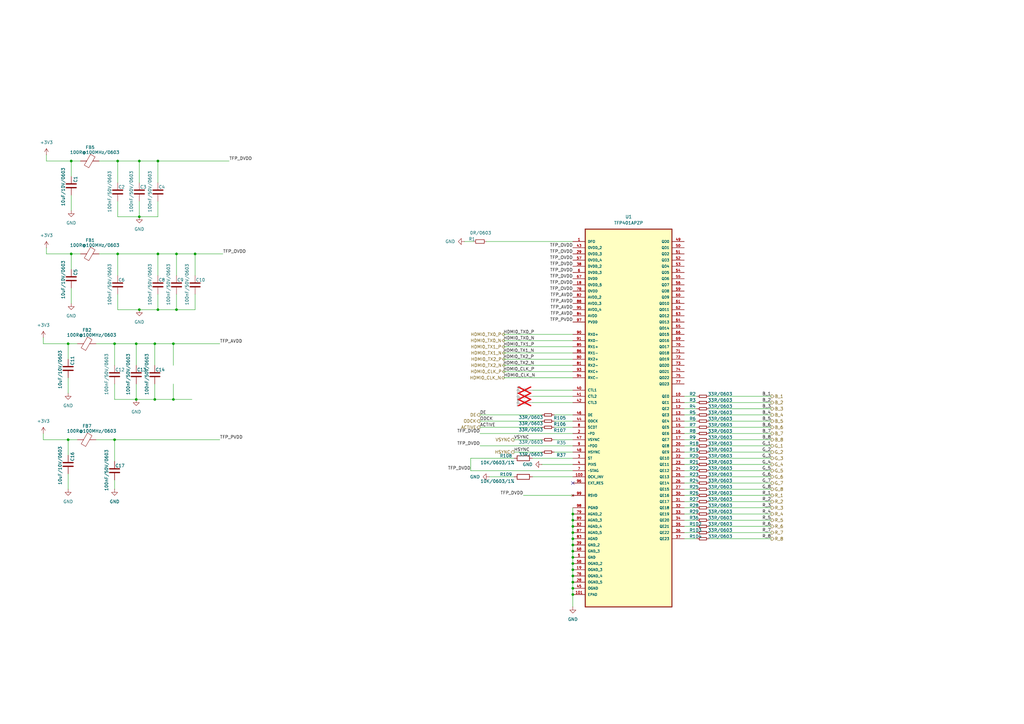
<source format=kicad_sch>
(kicad_sch (version 20231120) (generator "eeschema") (generator_version "8.0")
  (paper "A3")
  (lib_symbols
    (symbol "Connector:TestPoint" (pin_numbers hide) (pin_names (offset 0.762) hide)
      (property "Reference" "TP" (at 0 6.858 0))
      (property "Value" "TestPoint" (at 0 5.08 0))
      (symbol "TestPoint_1_1"
        (pin passive line (at 0 0 90) (length 2.54) (name "1") (number "1"))
      )
    )
    (symbol "Device:C" (pin_numbers hide) (pin_names (offset 0.254))
      (property "Reference" "C" (at 0.635 2.54 0))
      (property "Value" "C" (at 0.635 -2.54 0))
      (symbol "C_1_1"
        (pin passive line (at 0 3.81 270) (length 2.794) (name "~") (number "1"))
        (pin passive line (at 0 -3.81 90) (length 2.794) (name "~") (number "2"))
      )
    )
    (symbol "Device:FerriteBead" (pin_numbers hide) (pin_names (offset 0))
      (property "Reference" "FB" (at -3.81 0.635 90))
      (property "Value" "FerriteBead" (at 3.81 0 90))
      (symbol "FerriteBead_1_1"
        (pin passive line (at 0 3.81 270) (length 2.54) (name "~") (number "1"))
        (pin passive line (at 0 -3.81 90) (length 2.54) (name "~") (number "2"))
      )
    )
    (symbol "Device:R" (pin_numbers hide) (pin_names (offset 0))
      (property "Reference" "R" (at 2.032 0 90))
      (property "Value" "R" (at 0 0 90))
      (symbol "R_1_1"
        (pin passive line (at 0 3.81 270) (length 1.27) (name "~") (number "1"))
        (pin passive line (at 0 -3.81 90) (length 1.27) (name "~") (number "2"))
      )
    )
    (symbol "Device:R_Small" (pin_numbers hide) (pin_names (offset 0.254) hide)
      (property "Reference" "R" (at 0.762 0.508 0))
      (property "Value" "R_Small" (at 0.762 -1.016 0))
      (symbol "R_Small_1_1"
        (pin passive line (at 0 2.54 270) (length 0.762) (name "~") (number "1"))
        (pin passive line (at 0 -2.54 90) (length 0.762) (name "~") (number "2"))
      )
    )
    (symbol "Symbol_lib:33R"
      (property "Reference" "R11" (at -5.588 0.254 90))
      (property "Value" "33R" (at 2.032 0.254 90))
      (symbol "33R_1_0"
        (pin passive line (at 0 -2.54 90) (length 1) (name "1") (number "1"))
        (pin passive line (at 0 2.54 270) (length 1) (name "2") (number "2"))
      )
    )
    (symbol "USBCtoMIPI:TFP401APZP" (pin_names (offset 1.016))
      (property "Reference" "U" (at -5.3641 77.7664 0))
      (property "Value" "TFP401APZP" (at -4.019 -86.2058 0))
      (symbol "TFP401APZP_0_0"
        (pin input line (at -22.86 68.58 0) (length 5.08) (name "DFO") (number "1"))
        (pin output line (at 22.86 5.08 180) (length 5.08) (name "QE0") (number "10"))
        (pin input line (at -22.86 -27.94 0) (length 5.08) (name "OCK_INV") (number "100"))
        (pin passive line (at -22.86 -76.2 0) (length 5.08) (name "EPAD") (number "101"))
        (pin output line (at 22.86 2.54 180) (length 5.08) (name "QE1") (number "11"))
        (pin output line (at 22.86 0 180) (length 5.08) (name "QE2") (number "12"))
        (pin output line (at 22.86 -2.54 180) (length 5.08) (name "QE3") (number "13"))
        (pin output line (at 22.86 -5.08 180) (length 5.08) (name "QE4") (number "14"))
        (pin output line (at 22.86 -7.62 180) (length 5.08) (name "QE5") (number "15"))
        (pin output line (at 22.86 -10.16 180) (length 5.08) (name "QE6") (number "16"))
        (pin output line (at 22.86 -12.7 180) (length 5.08) (name "QE7") (number "17"))
        (pin power_in line (at -22.86 50.8 0) (length 5.08) (name "OVDD_5") (number "18"))
        (pin passive line (at -22.86 -66.04 0) (length 5.08) (name "OGND_3") (number "19"))
        (pin input line (at -22.86 -10.16 0) (length 5.08) (name "~PD") (number "2"))
        (pin output line (at 22.86 -15.24 180) (length 5.08) (name "QE8") (number "20"))
        (pin output line (at 22.86 -17.78 180) (length 5.08) (name "QE9") (number "21"))
        (pin output line (at 22.86 -20.32 180) (length 5.08) (name "QE10") (number "22"))
        (pin output line (at 22.86 -22.86 180) (length 5.08) (name "QE11") (number "23"))
        (pin output line (at 22.86 -25.4 180) (length 5.08) (name "QE12") (number "24"))
        (pin output line (at 22.86 -27.94 180) (length 5.08) (name "QE13") (number "25"))
        (pin output line (at 22.86 -30.48 180) (length 5.08) (name "QE14") (number "26"))
        (pin output line (at 22.86 -33.02 180) (length 5.08) (name "QE15") (number "27"))
        (pin passive line (at -22.86 -71.12 0) (length 5.08) (name "OGND_5") (number "28"))
        (pin power_in line (at -22.86 63.5 0) (length 5.08) (name "OVDD_3") (number "29"))
        (pin input line (at -22.86 -20.32 0) (length 5.08) (name "ST") (number "3"))
        (pin output line (at 22.86 -35.56 180) (length 5.08) (name "QE16") (number "30"))
        (pin output line (at 22.86 -38.1 180) (length 5.08) (name "QE17") (number "31"))
        (pin output line (at 22.86 -40.64 180) (length 5.08) (name "QE18") (number "32"))
        (pin output line (at 22.86 -43.18 180) (length 5.08) (name "QE19") (number "33"))
        (pin output line (at 22.86 -45.72 180) (length 5.08) (name "QE20") (number "34"))
        (pin output line (at 22.86 -48.26 180) (length 5.08) (name "QE21") (number "35"))
        (pin output line (at 22.86 -50.8 180) (length 5.08) (name "QE22") (number "36"))
        (pin output line (at 22.86 -53.34 180) (length 5.08) (name "QE23") (number "37"))
        (pin power_in line (at -22.86 58.42 0) (length 5.08) (name "DVDD_2") (number "38"))
        (pin passive line (at -22.86 -55.88 0) (length 5.08) (name "GND_2") (number "39"))
        (pin input line (at -22.86 -22.86 0) (length 5.08) (name "PIXS") (number "4"))
        (pin output line (at -22.86 7.62 0) (length 5.08) (name "CTL1") (number "40"))
        (pin output line (at -22.86 5.08 0) (length 5.08) (name "CTL2") (number "41"))
        (pin output line (at -22.86 2.54 0) (length 5.08) (name "CTL3") (number "42"))
        (pin power_in line (at -22.86 66.04 0) (length 5.08) (name "OVDD_2") (number "43"))
        (pin output line (at -22.86 -5.08 0) (length 5.08) (name "ODCK") (number "44"))
        (pin passive line (at -22.86 -73.66 0) (length 5.08) (name "OGND") (number "45"))
        (pin output line (at -22.86 -2.54 0) (length 5.08) (name "DE") (number "46"))
        (pin output line (at -22.86 -12.7 0) (length 5.08) (name "VSYNC") (number "47"))
        (pin output line (at -22.86 -17.78 0) (length 5.08) (name "HSYNC") (number "48"))
        (pin output line (at 22.86 68.58 180) (length 5.08) (name "QO0") (number "49"))
        (pin passive line (at -22.86 -60.96 0) (length 5.08) (name "GND") (number "5"))
        (pin output line (at 22.86 66.04 180) (length 5.08) (name "QO1") (number "50"))
        (pin output line (at 22.86 63.5 180) (length 5.08) (name "QO2") (number "51"))
        (pin output line (at 22.86 60.96 180) (length 5.08) (name "QO3") (number "52"))
        (pin output line (at 22.86 58.42 180) (length 5.08) (name "QO4") (number "53"))
        (pin output line (at 22.86 55.88 180) (length 5.08) (name "QO5") (number "54"))
        (pin output line (at 22.86 53.34 180) (length 5.08) (name "QO6") (number "55"))
        (pin output line (at 22.86 50.8 180) (length 5.08) (name "QO7") (number "56"))
        (pin power_in line (at -22.86 60.96 0) (length 5.08) (name "OVDD_4") (number "57"))
        (pin passive line (at -22.86 -63.5 0) (length 5.08) (name "OGND_2") (number "58"))
        (pin output line (at 22.86 48.26 180) (length 5.08) (name "QO8") (number "59"))
        (pin power_in line (at -22.86 55.88 0) (length 5.08) (name "DVDD_3") (number "6"))
        (pin output line (at 22.86 45.72 180) (length 5.08) (name "QO9") (number "60"))
        (pin output line (at 22.86 43.18 180) (length 5.08) (name "QO10") (number "61"))
        (pin output line (at 22.86 40.64 180) (length 5.08) (name "QO11") (number "62"))
        (pin output line (at 22.86 38.1 180) (length 5.08) (name "QO12") (number "63"))
        (pin output line (at 22.86 35.56 180) (length 5.08) (name "QO13") (number "64"))
        (pin output line (at 22.86 33.02 180) (length 5.08) (name "QO14") (number "65"))
        (pin output line (at 22.86 30.48 180) (length 5.08) (name "QO15") (number "66"))
        (pin power_in line (at -22.86 53.34 0) (length 5.08) (name "DVDD") (number "67"))
        (pin passive line (at -22.86 -58.42 0) (length 5.08) (name "GND_3") (number "68"))
        (pin output line (at 22.86 27.94 180) (length 5.08) (name "QO16") (number "69"))
        (pin input line (at -22.86 -25.4 0) (length 5.08) (name "~STAG") (number "7"))
        (pin output line (at 22.86 25.4 180) (length 5.08) (name "QO17") (number "70"))
        (pin output line (at 22.86 22.86 180) (length 5.08) (name "QO18") (number "71"))
        (pin output line (at 22.86 20.32 180) (length 5.08) (name "QO19") (number "72"))
        (pin output line (at 22.86 17.78 180) (length 5.08) (name "QO20") (number "73"))
        (pin output line (at 22.86 15.24 180) (length 5.08) (name "QO21") (number "74"))
        (pin output line (at 22.86 12.7 180) (length 5.08) (name "QO22") (number "75"))
        (pin passive line (at -22.86 -68.58 0) (length 5.08) (name "OGND_4") (number "76"))
        (pin output line (at 22.86 10.16 180) (length 5.08) (name "QO23") (number "77"))
        (pin power_in line (at -22.86 48.26 0) (length 5.08) (name "OVDD") (number "78"))
        (pin passive line (at -22.86 -43.18 0) (length 5.08) (name "AGND_2") (number "79"))
        (pin output line (at -22.86 -7.62 0) (length 5.08) (name "SCDT") (number "8"))
        (pin input line (at -22.86 20.32 0) (length 5.08) (name "RX2+") (number "80"))
        (pin input line (at -22.86 17.78 0) (length 5.08) (name "RX2-") (number "81"))
        (pin power_in line (at -22.86 45.72 0) (length 5.08) (name "AVDD_2") (number "82"))
        (pin passive line (at -22.86 -53.34 0) (length 5.08) (name "AGND") (number "83"))
        (pin power_in line (at -22.86 38.1 0) (length 5.08) (name "AVDD") (number "84"))
        (pin input line (at -22.86 25.4 0) (length 5.08) (name "RX1+") (number "85"))
        (pin input line (at -22.86 22.86 0) (length 5.08) (name "RX1-") (number "86"))
        (pin passive line (at -22.86 -50.8 0) (length 5.08) (name "AGND_5") (number "87"))
        (pin power_in line (at -22.86 43.18 0) (length 5.08) (name "AVDD_3") (number "88"))
        (pin passive line (at -22.86 -45.72 0) (length 5.08) (name "AGND_3") (number "89"))
        (pin input line (at -22.86 -15.24 0) (length 5.08) (name "~PDO") (number "9"))
        (pin input line (at -22.86 30.48 0) (length 5.08) (name "RX0+") (number "90"))
        (pin input line (at -22.86 27.94 0) (length 5.08) (name "RX0-") (number "91"))
        (pin passive line (at -22.86 -48.26 0) (length 5.08) (name "AGND_4") (number "92"))
        (pin input line (at -22.86 15.24 0) (length 5.08) (name "RXC+") (number "93"))
        (pin input line (at -22.86 12.7 0) (length 5.08) (name "RXC-") (number "94"))
        (pin power_in line (at -22.86 40.64 0) (length 5.08) (name "AVDD_4") (number "95"))
        (pin input line (at -22.86 -30.48 0) (length 5.08) (name "EXT_RES") (number "96"))
        (pin power_in line (at -22.86 35.56 0) (length 5.08) (name "PVDD") (number "97"))
        (pin passive line (at -22.86 -40.64 0) (length 5.08) (name "PGND") (number "98"))
        (pin no_connect line (at -22.86 -35.56 0) (length 5.08) (name "RSVD") (number "99"))
      )
    )
    (symbol "power:+3V3" (power) (pin_numbers hide) (pin_names (offset 0) hide)
      (property "Value" "+3V3" (at 0 3.556 0))
      (symbol "+3V3_1_1"
        (pin power_in line (at 0 0 90) (length 0) (name "~") (number "1"))
      )
    )
    (symbol "power:GND" (power) (pin_numbers hide) (pin_names (offset 0) hide)
      (property "Value" "GND" (at 0 -3.81 0))
      (symbol "GND_1_1"
        (pin power_in line (at 0 0 270) (length 0) (name "~") (number "1"))
      )
    )
  )
  (junction (at 64.77 127))
  (junction (at 234.95 236.22))
  (junction (at 80.01 104.14))
  (junction (at 234.95 218.44))
  (junction (at 57.15 88.9))
  (junction (at 234.95 213.36))
  (junction (at 29.21 104.14))
  (junction (at 234.95 226.06))
  (junction (at 71.12 140.97))
  (junction (at 234.95 243.84))
  (junction (at 29.21 66.04))
  (junction (at 57.15 66.04))
  (junction (at 57.15 127))
  (junction (at 48.26 104.14))
  (junction (at 48.26 66.04))
  (junction (at 63.5 163.83))
  (junction (at 234.95 231.14))
  (junction (at 234.95 223.52))
  (junction (at 46.99 140.97))
  (junction (at 234.95 238.76))
  (junction (at 64.77 66.04))
  (junction (at 55.88 163.83))
  (junction (at 27.94 140.97))
  (junction (at 234.95 228.6))
  (junction (at 234.95 215.9))
  (junction (at 55.88 140.97))
  (junction (at 63.5 140.97))
  (junction (at 71.12 163.83))
  (junction (at 234.95 241.3))
  (junction (at 64.77 104.14))
  (junction (at 72.39 104.14))
  (junction (at 234.95 210.82))
  (junction (at 27.94 180.34))
  (junction (at 234.95 220.98))
  (junction (at 234.95 233.68))
  (junction (at 72.39 127))
  (junction (at 46.99 180.34))
  (no_connect (at 234.95 198.12))
  (wire (pts (xy 48.26 104.14) (xy 48.26 113.03)))
  (wire (pts (xy 64.77 66.04) (xy 93.98 66.04)))
  (wire (pts (xy 193.04 187.96) (xy 210.82 187.96)))
  (wire (pts (xy 190.5 99.06) (xy 194.31 99.06)))
  (wire (pts (xy 48.26 104.14) (xy 64.77 104.14)))
  (wire (pts (xy 280.67 220.98) (xy 285.75 220.98)))
  (wire (pts (xy 57.15 66.04) (xy 57.15 74.93)))
  (wire (pts (xy 206.502 139.7) (xy 234.95 139.7)))
  (wire (pts (xy 72.39 104.14) (xy 80.01 104.14)))
  (wire (pts (xy 227.33 175.26) (xy 234.95 175.26)))
  (wire (pts (xy 234.95 154.94) (xy 206.629 154.94)))
  (wire (pts (xy 48.26 82.55) (xy 48.26 88.9)))
  (wire (pts (xy 72.39 120.65) (xy 72.39 127)))
  (wire (pts (xy 280.67 165.1) (xy 285.75 165.1)))
  (wire (pts (xy 290.83 213.36) (xy 316.23 213.36)))
  (wire (pts (xy 29.21 124.46) (xy 29.21 118.11)))
  (wire (pts (xy 71.12 163.83) (xy 78.74 163.83)))
  (wire (pts (xy 39.37 140.97) (xy 46.99 140.97)))
  (wire (pts (xy 57.15 66.04) (xy 64.77 66.04)))
  (wire (pts (xy 39.37 180.34) (xy 46.99 180.34)))
  (wire (pts (xy 206.375 149.86) (xy 234.95 149.86)))
  (wire (pts (xy 48.26 66.04) (xy 48.26 74.93)))
  (wire (pts (xy 29.21 86.36) (xy 29.21 80.01)))
  (wire (pts (xy 218.44 162.56) (xy 234.95 162.56)))
  (wire (pts (xy 290.83 195.58) (xy 316.23 195.58)))
  (wire (pts (xy 290.83 208.28) (xy 316.23 208.28)))
  (wire (pts (xy 29.21 104.14) (xy 33.02 104.14)))
  (wire (pts (xy 290.83 172.72) (xy 316.23 172.72)))
  (wire (pts (xy 29.21 66.04) (xy 33.02 66.04)))
  (wire (pts (xy 290.83 190.5) (xy 316.23 190.5)))
  (wire (pts (xy 210.82 180.34) (xy 222.25 180.34)))
  (wire (pts (xy 290.83 205.74) (xy 316.23 205.74)))
  (wire (pts (xy 55.88 140.97) (xy 63.5 140.97)))
  (wire (pts (xy 27.94 147.32) (xy 27.94 140.97)))
  (wire (pts (xy 27.94 186.69) (xy 27.94 180.34)))
  (wire (pts (xy 40.64 104.14) (xy 48.26 104.14)))
  (wire (pts (xy 210.82 185.42) (xy 222.25 185.42)))
  (wire (pts (xy 206.502 142.24) (xy 234.95 142.24)))
  (wire (pts (xy 80.01 104.14) (xy 80.01 113.03)))
  (wire (pts (xy 280.67 162.56) (xy 285.75 162.56)))
  (wire (pts (xy 72.39 104.14) (xy 72.39 113.03)))
  (wire (pts (xy 280.67 200.66) (xy 285.75 200.66)))
  (wire (pts (xy 290.83 203.2) (xy 316.23 203.2)))
  (wire (pts (xy 234.95 220.98) (xy 234.95 223.52)))
  (wire (pts (xy 29.21 72.39) (xy 29.21 66.04)))
  (wire (pts (xy 80.01 104.14) (xy 91.44 104.14)))
  (wire (pts (xy 290.83 177.8) (xy 316.23 177.8)))
  (wire (pts (xy 280.67 205.74) (xy 285.75 205.74)))
  (wire (pts (xy 290.83 165.1) (xy 316.23 165.1)))
  (wire (pts (xy 290.83 198.12) (xy 316.23 198.12)))
  (wire (pts (xy 290.83 185.42) (xy 316.23 185.42)))
  (wire (pts (xy 218.44 160.02) (xy 234.95 160.02)))
  (wire (pts (xy 72.39 127) (xy 80.01 127)))
  (wire (pts (xy 290.83 220.98) (xy 316.23 220.98)))
  (wire (pts (xy 218.44 187.96) (xy 234.95 187.96)))
  (wire (pts (xy 234.95 152.4) (xy 206.375 152.4)))
  (wire (pts (xy 234.95 208.28) (xy 234.95 210.82)))
  (wire (pts (xy 40.64 66.04) (xy 48.26 66.04)))
  (wire (pts (xy 234.95 236.22) (xy 234.95 238.76)))
  (wire (pts (xy 290.83 210.82) (xy 316.23 210.82)))
  (wire (pts (xy 196.85 177.8) (xy 234.95 177.8)))
  (wire (pts (xy 280.67 203.2) (xy 285.75 203.2)))
  (wire (pts (xy 57.15 82.55) (xy 57.15 88.9)))
  (wire (pts (xy 218.44 195.58) (xy 234.95 195.58)))
  (wire (pts (xy 64.77 127) (xy 72.39 127)))
  (wire (pts (xy 19.05 66.04) (xy 29.21 66.04)))
  (wire (pts (xy 19.05 63.5) (xy 19.05 66.04)))
  (wire (pts (xy 290.83 175.26) (xy 316.23 175.26)))
  (wire (pts (xy 280.67 182.88) (xy 285.75 182.88)))
  (wire (pts (xy 46.99 140.97) (xy 55.88 140.97)))
  (wire (pts (xy 196.85 175.26) (xy 222.25 175.26)))
  (wire (pts (xy 234.95 213.36) (xy 234.95 215.9)))
  (wire (pts (xy 63.5 140.97) (xy 71.12 140.97)))
  (wire (pts (xy 206.375 147.32) (xy 234.95 147.32)))
  (wire (pts (xy 290.83 170.18) (xy 316.23 170.18)))
  (wire (pts (xy 19.05 104.14) (xy 29.21 104.14)))
  (wire (pts (xy 199.39 99.06) (xy 234.95 99.06)))
  (wire (pts (xy 57.15 127) (xy 64.77 127)))
  (wire (pts (xy 280.67 193.04) (xy 285.75 193.04)))
  (wire (pts (xy 17.78 177.8) (xy 17.78 180.34)))
  (wire (pts (xy 234.95 241.3) (xy 234.95 243.84)))
  (wire (pts (xy 46.99 180.34) (xy 90.17 180.34)))
  (wire (pts (xy 63.5 163.83) (xy 71.12 163.83)))
  (wire (pts (xy 71.12 140.97) (xy 71.12 149.86)))
  (wire (pts (xy 64.77 104.14) (xy 72.39 104.14)))
  (wire (pts (xy 227.33 170.18) (xy 234.95 170.18)))
  (wire (pts (xy 71.12 140.97) (xy 90.17 140.97)))
  (wire (pts (xy 63.5 140.97) (xy 63.5 149.86)))
  (wire (pts (xy 290.83 187.96) (xy 316.23 187.96)))
  (wire (pts (xy 290.83 180.34) (xy 316.23 180.34)))
  (wire (pts (xy 57.15 88.9) (xy 64.77 88.9)))
  (wire (pts (xy 193.04 193.04) (xy 234.95 193.04)))
  (wire (pts (xy 234.95 228.6) (xy 234.95 231.14)))
  (wire (pts (xy 200.66 195.58) (xy 210.82 195.58)))
  (wire (pts (xy 290.83 167.64) (xy 316.23 167.64)))
  (wire (pts (xy 19.05 101.6) (xy 19.05 104.14)))
  (wire (pts (xy 290.83 193.04) (xy 316.23 193.04)))
  (wire (pts (xy 280.67 198.12) (xy 285.75 198.12)))
  (wire (pts (xy 280.67 167.64) (xy 285.75 167.64)))
  (wire (pts (xy 234.95 226.06) (xy 234.95 228.6)))
  (wire (pts (xy 280.67 218.44) (xy 285.75 218.44)))
  (wire (pts (xy 280.67 208.28) (xy 285.75 208.28)))
  (wire (pts (xy 64.77 88.9) (xy 64.77 82.55)))
  (wire (pts (xy 234.95 238.76) (xy 234.95 241.3)))
  (wire (pts (xy 218.44 165.1) (xy 234.95 165.1)))
  (wire (pts (xy 48.26 120.65) (xy 48.26 127)))
  (wire (pts (xy 46.99 163.83) (xy 55.88 163.83)))
  (wire (pts (xy 46.99 140.97) (xy 46.99 149.86)))
  (wire (pts (xy 46.99 157.48) (xy 46.99 163.83)))
  (wire (pts (xy 280.67 213.36) (xy 285.75 213.36)))
  (wire (pts (xy 280.67 190.5) (xy 285.75 190.5)))
  (wire (pts (xy 55.88 163.83) (xy 63.5 163.83)))
  (wire (pts (xy 55.88 157.48) (xy 55.88 163.83)))
  (wire (pts (xy 63.5 163.83) (xy 63.5 157.48)))
  (wire (pts (xy 290.83 182.88) (xy 316.23 182.88)))
  (wire (pts (xy 206.375 144.78) (xy 234.95 144.78)))
  (wire (pts (xy 290.83 215.9) (xy 316.23 215.9)))
  (wire (pts (xy 290.83 218.44) (xy 316.23 218.44)))
  (wire (pts (xy 234.95 215.9) (xy 234.95 218.44)))
  (wire (pts (xy 280.67 175.26) (xy 285.75 175.26)))
  (wire (pts (xy 280.67 210.82) (xy 285.75 210.82)))
  (wire (pts (xy 27.94 140.97) (xy 31.75 140.97)))
  (wire (pts (xy 48.26 66.04) (xy 57.15 66.04)))
  (wire (pts (xy 234.95 218.44) (xy 234.95 220.98)))
  (wire (pts (xy 48.26 127) (xy 57.15 127)))
  (wire (pts (xy 17.78 140.97) (xy 27.94 140.97)))
  (wire (pts (xy 222.25 172.72) (xy 196.85 172.72)))
  (wire (pts (xy 280.67 172.72) (xy 285.75 172.72)))
  (wire (pts (xy 193.04 187.96) (xy 193.04 193.04)))
  (wire (pts (xy 214.63 203.2) (xy 234.95 203.2)))
  (wire (pts (xy 227.33 172.72) (xy 234.95 172.72)))
  (wire (pts (xy 227.33 180.34) (xy 234.95 180.34)))
  (wire (pts (xy 27.94 200.66) (xy 27.94 194.31)))
  (wire (pts (xy 71.12 157.48) (xy 71.12 163.83)))
  (wire (pts (xy 234.95 137.16) (xy 206.502 137.16)))
  (wire (pts (xy 222.25 190.5) (xy 234.95 190.5)))
  (wire (pts (xy 234.95 231.14) (xy 234.95 233.68)))
  (wire (pts (xy 64.77 66.04) (xy 64.77 74.93)))
  (wire (pts (xy 280.67 177.8) (xy 285.75 177.8)))
  (wire (pts (xy 64.77 104.14) (xy 64.77 113.03)))
  (wire (pts (xy 80.01 127) (xy 80.01 120.65)))
  (wire (pts (xy 27.94 161.29) (xy 27.94 154.94)))
  (wire (pts (xy 46.99 180.34) (xy 46.99 189.23)))
  (wire (pts (xy 280.67 170.18) (xy 285.75 170.18)))
  (wire (pts (xy 234.95 210.82) (xy 234.95 213.36)))
  (wire (pts (xy 55.88 140.97) (xy 55.88 149.86)))
  (wire (pts (xy 280.67 185.42) (xy 285.75 185.42)))
  (wire (pts (xy 280.67 215.9) (xy 285.75 215.9)))
  (wire (pts (xy 17.78 180.34) (xy 27.94 180.34)))
  (wire (pts (xy 27.94 180.34) (xy 31.75 180.34)))
  (wire (pts (xy 234.95 223.52) (xy 234.95 226.06)))
  (wire (pts (xy 234.95 233.68) (xy 234.95 236.22)))
  (wire (pts (xy 17.78 138.43) (xy 17.78 140.97)))
  (wire (pts (xy 280.67 187.96) (xy 285.75 187.96)))
  (wire (pts (xy 234.95 243.84) (xy 234.95 248.92)))
  (wire (pts (xy 280.67 195.58) (xy 285.75 195.58)))
  (wire (pts (xy 64.77 127) (xy 64.77 120.65)))
  (wire (pts (xy 280.67 180.34) (xy 285.75 180.34)))
  (wire (pts (xy 29.21 110.49) (xy 29.21 104.14)))
  (wire (pts (xy 227.33 185.42) (xy 234.95 185.42)))
  (wire (pts (xy 222.25 170.18) (xy 196.85 170.18)))
  (wire (pts (xy 290.83 162.56) (xy 316.23 162.56)))
  (wire (pts (xy 290.83 200.66) (xy 316.23 200.66)))
  (wire (pts (xy 48.26 88.9) (xy 57.15 88.9)))
  (wire (pts (xy 196.85 182.88) (xy 234.95 182.88)))
  (wire (pts (xy 46.99 196.85) (xy 46.99 200.66)))
  (label "DE" (at 196.85 170.18 0))
  (label "TFP_OVDD" (at 91.44 104.14 0))
  (label "TFP_DVDD" (at 234.95 109.22 180))
  (label "G_4" (at 316.23 190.5 180))
  (label "HDMI0_TX2_N" (at 206.375 149.86 0))
  (label "TFP_DVDD" (at 193.04 193.04 180))
  (label "B_6" (at 316.23 175.26 180))
  (label "TFP_DVDD" (at 196.85 182.88 180))
  (label "HSYNC" (at 210.82 185.42 0))
  (label "R_5" (at 316.23 213.36 180))
  (label "TFP_OVDD" (at 234.95 106.68 180))
  (label "B_2" (at 316.23 165.1 180))
  (label "HDMI0_TX2_P" (at 206.375 147.32 0))
  (label "HDMI0_CLK_N" (at 206.629 154.94 0))
  (label "TFP_PVDD" (at 234.95 132.08 180))
  (label "TFP_DVDD" (at 196.85 177.8 180))
  (label "R_4" (at 316.23 210.82 180))
  (label "TFP_OVDD" (at 234.95 116.84 180))
  (label "TFP_PVDD" (at 90.17 180.34 0))
  (label "TFP_OVDD" (at 234.95 104.14 180))
  (label "R_1" (at 316.23 203.2 180))
  (label "B_5" (at 316.23 172.72 180))
  (label "VSYNC" (at 210.82 180.34 0))
  (label "G_2" (at 316.23 185.42 180))
  (label "HDMI0_TX1_P" (at 206.502 142.24 0))
  (label "B_3" (at 316.23 167.64 180))
  (label "R_2" (at 316.23 205.74 180))
  (label "TFP_OVDD" (at 234.95 119.38 180))
  (label "TFP_DVDD" (at 214.63 203.2 180))
  (label "G_1" (at 316.23 182.88 180))
  (label "B_1" (at 316.23 162.56 180))
  (label "B_7" (at 316.23 177.8 180))
  (label "G_8" (at 316.23 200.66 180))
  (label "TFP_DVDD" (at 234.95 111.76 180))
  (label "HDMI0_TX1_N" (at 206.375 144.78 0))
  (label "R_6" (at 316.23 215.9 180))
  (label "R_3" (at 316.23 208.28 180))
  (label "B_8" (at 316.23 180.34 180))
  (label "HDMI0_TX0_P" (at 206.502 137.16 0))
  (label "G_7" (at 316.23 198.12 180))
  (label "ODCK" (at 196.85 172.72 0))
  (label "R_8" (at 316.23 220.98 180))
  (label "R_7" (at 316.23 218.44 180))
  (label "TFP_AVDD" (at 234.95 121.92 180))
  (label "TFP_AVDD" (at 234.95 127 180))
  (label "TFP_OVDD" (at 234.95 101.6 180))
  (label "HDMI0_TX0_N" (at 206.502 139.7 0))
  (label "TFP_DVDD" (at 93.98 66.04 0))
  (label "TFP_DVDD" (at 234.95 114.3 180))
  (label "TFP_AVDD" (at 234.95 129.54 180))
  (label "G_6" (at 316.23 195.58 180))
  (label "G_5" (at 316.23 193.04 180))
  (label "B_4" (at 316.23 170.18 180))
  (label "HDMI0_CLK_P" (at 206.375 152.4 0))
  (label "TFP_AVDD" (at 90.17 140.97 0))
  (label "TFP_AVDD" (at 234.95 124.46 180))
  (label "ACTIVE" (at 196.85 175.26 0))
  (label "G_3" (at 316.23 187.96 180))
  (hierarchical_label "B_8" (shape output) (at 316.23 180.34 0))
  (hierarchical_label "HDMI0_CLK_N" (shape bidirectional) (at 207.01 154.94 180))
  (hierarchical_label "G_3" (shape output) (at 316.23 187.96 0))
  (hierarchical_label "R_8" (shape output) (at 316.23 220.98 0))
  (hierarchical_label "R_2" (shape output) (at 316.23 205.74 0))
  (hierarchical_label "HDMI0_TX0_N" (shape bidirectional) (at 207.137 139.7 180))
  (hierarchical_label "B_2" (shape output) (at 316.23 165.1 0))
  (hierarchical_label "B_4" (shape output) (at 316.23 170.18 0))
  (hierarchical_label "HDMI0_CLK_P" (shape bidirectional) (at 207.264 152.4 180))
  (hierarchical_label "HDMI0_TX2_N" (shape bidirectional) (at 207.264 149.86 180))
  (hierarchical_label "VSYNC" (shape output) (at 210.82 180.34 180))
  (hierarchical_label "HDMI0_TX2_P" (shape bidirectional) (at 207.264 147.32 180))
  (hierarchical_label "B_6" (shape output) (at 316.23 175.26 0))
  (hierarchical_label "B_1" (shape output) (at 316.23 162.56 0))
  (hierarchical_label "G_1" (shape output) (at 316.23 182.88 0))
  (hierarchical_label "B_7" (shape output) (at 316.23 177.8 0))
  (hierarchical_label "G_5" (shape output) (at 316.23 193.04 0))
  (hierarchical_label "HDMI0_TX0_P" (shape bidirectional) (at 207.137 137.16 180))
  (hierarchical_label "G_6" (shape output) (at 316.23 195.58 0))
  (hierarchical_label "HSYNC" (shape output) (at 210.82 185.42 180))
  (hierarchical_label "ACTIVE" (shape output) (at 196.85 175.26 180))
  (hierarchical_label "R_1" (shape output) (at 316.23 203.2 0))
  (hierarchical_label "B_3" (shape output) (at 316.23 167.64 0))
  (hierarchical_label "DE" (shape output) (at 196.85 170.18 180))
  (hierarchical_label "ODCK" (shape output) (at 196.85 172.72 180))
  (hierarchical_label "G_7" (shape output) (at 316.23 198.12 0))
  (hierarchical_label "B_5" (shape output) (at 316.23 172.72 0))
  (hierarchical_label "HDMI0_TX1_N" (shape bidirectional) (at 207.264 144.78 180))
  (hierarchical_label "R_3" (shape output) (at 316.23 208.28 0))
  (hierarchical_label "G_2" (shape output) (at 316.23 185.42 0))
  (hierarchical_label "R_4" (shape output) (at 316.23 210.82 0))
  (hierarchical_label "R_6" (shape output) (at 316.23 215.9 0))
  (hierarchical_label "G_4" (shape output) (at 316.23 190.5 0))
  (hierarchical_label "R_5" (shape output) (at 316.23 213.36 0))
  (hierarchical_label "HDMI0_TX1_P" (shape bidirectional) (at 207.137 142.24 180))
  (hierarchical_label "G_8" (shape output) (at 316.23 200.66 0))
  (hierarchical_label "R_7" (shape output) (at 316.23 218.44 0))
  (symbol (lib_id "Symbol_lib:33R") (at 288.29 187.96 270) (unit 1)
    (property "Reference" "R20" (at 282.702 187.706 90) (effects (justify left bottom)))
    (property "Value" "33R/0603" (at 290.322 187.706 90) (effects (justify left bottom)))
    (property "Footprint" "Resistor_SMD:R_0603_1608Metric" (effects (hide yes)))
    (property "Manufacturer" "YAGEO" (effects (hide yes)))
    (property "Part number" "RC0402FR-0733RL" (effects (hide yes)))
    (property "RATING" "62.5mW" (effects (hide yes)))
    (property "TOLERANCE" "1%" (effects (hide yes)))
    (property "JLCPCB" "C108661" (effects (hide yes)))
    (property "LCSC Part #" "C138002" (effects (hide yes)))
  )
  (symbol (lib_id "Device:FerriteBead") (at 36.83 104.14 90) (unit 1)
    (property "Reference" "FB1" (at 38.862 98.552 90) (effects (justify left)))
    (property "Value" "100R@100MHz/0603" (at 49.022 100.584 90) (effects (justify left)))
    (property "Footprint" "Inductor_SMD:L_0603_1608Metric" (effects (hide yes)))
    (property "Description" "Ferrite bead" (effects (hide yes)))
    (property "JLCPCB" "C160981" (effects (hide yes)))
  )
  (symbol (lib_id "Connector:TestPoint") (at 218.44 160.02 90) (unit 1) (in_bom no) (dnp yes)
    (property "Reference" "TP6" (at 212.852 160.02 0))
    (property "Value" "~" (at 212.09 160.02 0))
    (property "Footprint" "TestPoint:TestPoint_Pad_D1.0mm" (effects (hide yes)))
  )
  (symbol (lib_id "Symbol_lib:33R") (at 288.29 195.58 270) (unit 1)
    (property "Reference" "R23" (at 282.702 195.326 90) (effects (justify left bottom)))
    (property "Value" "33R/0603" (at 290.322 195.326 90) (effects (justify left bottom)))
    (property "Footprint" "Resistor_SMD:R_0603_1608Metric" (effects (hide yes)))
    (property "Manufacturer" "YAGEO" (effects (hide yes)))
    (property "Part number" "RC0402FR-0733RL" (effects (hide yes)))
    (property "RATING" "62.5mW" (effects (hide yes)))
    (property "TOLERANCE" "1%" (effects (hide yes)))
    (property "JLCPCB" "C108661" (effects (hide yes)))
    (property "LCSC Part #" "C138002" (effects (hide yes)))
  )
  (symbol (lib_id "Device:C") (at 57.15 78.74 0) (unit 1)
    (property "Reference" "C3" (at 57.404 76.708 0) (effects (justify left)))
    (property "Value" "100nF/50V/0603" (at 53.848 87.122 90) (effects (justify left)))
    (property "Footprint" "Capacitor_SMD:C_0603_1608Metric" (effects (hide yes)))
    (property "Description" "Unpolarized capacitor" (effects (hide yes)))
    (property "JLCPCB" "C6119867" (effects (hide yes)))
  )
  (symbol (lib_id "Symbol_lib:33R") (at 288.29 218.44 270) (unit 1)
    (property "Reference" "R103" (at 282.702 218.186 90) (effects (justify left bottom)))
    (property "Value" "33R/0603" (at 290.322 218.186 90) (effects (justify left bottom)))
    (property "Footprint" "Resistor_SMD:R_0603_1608Metric" (effects (hide yes)))
    (property "Manufacturer" "YAGEO" (effects (hide yes)))
    (property "Part number" "RC0402FR-0733RL" (effects (hide yes)))
    (property "RATING" "62.5mW" (effects (hide yes)))
    (property "TOLERANCE" "1%" (effects (hide yes)))
    (property "JLCPCB" "C108661" (effects (hide yes)))
    (property "LCSC Part #" "C138002" (effects (hide yes)))
  )
  (symbol (lib_id "Device:C") (at 27.94 151.13 0) (unit 1)
    (property "Reference" "C11" (at 29.718 149.86 90) (effects (justify left)))
    (property "Value" "10uF/10V/0603" (at 24.638 159.512 90) (effects (justify left)))
    (property "Footprint" "Capacitor_SMD:C_0603_1608Metric" (effects (hide yes)))
    (property "Description" "Unpolarized capacitor" (effects (hide yes)))
    (property "JLCPCB" "C19702" (effects (hide yes)))
  )
  (symbol (lib_id "power:GND") (at 234.95 248.92 0) (unit 1)
    (property "Reference" "#PWR032" (effects (hide yes)))
    (property "Value" "GND" (at 234.95 254 0))
    (property "Description" "Power symbol creates a global label with name \"GND\" , ground" (effects (hide yes)))
  )
  (symbol (lib_id "Connector:TestPoint") (at 218.44 162.56 90) (unit 1) (in_bom no) (dnp yes)
    (property "Reference" "TP7" (at 212.852 162.56 0))
    (property "Value" "~" (at 212.09 162.56 0))
    (property "Footprint" "TestPoint:TestPoint_Pad_D1.0mm" (effects (hide yes)))
  )
  (symbol (lib_id "Device:R_Small") (at 196.85 99.06 90) (unit 1)
    (property "Reference" "R1" (at 193.548 98.044 90))
    (property "Value" "0R/0603" (at 197.104 95.504 90))
    (property "Footprint" "Resistor_SMD:R_0603_1608Metric" (effects (hide yes)))
    (property "Description" "Resistor, small symbol" (effects (hide yes)))
    (property "JLCPCB" "C21189" (effects (hide yes)))
  )
  (symbol (lib_id "power:GND") (at 46.99 200.66 0) (unit 1)
    (property "Reference" "#PWR011" (effects (hide yes)))
    (property "Value" "GND" (at 46.99 205.74 0))
    (property "Description" "Power symbol creates a global label with name \"GND\" , ground" (effects (hide yes)))
  )
  (symbol (lib_id "Symbol_lib:33R") (at 288.29 203.2 270) (unit 1)
    (property "Reference" "R26" (at 282.702 202.946 90) (effects (justify left bottom)))
    (property "Value" "33R/0603" (at 290.322 202.946 90) (effects (justify left bottom)))
    (property "Footprint" "Resistor_SMD:R_0603_1608Metric" (effects (hide yes)))
    (property "Manufacturer" "YAGEO" (effects (hide yes)))
    (property "Part number" "RC0402FR-0733RL" (effects (hide yes)))
    (property "RATING" "62.5mW" (effects (hide yes)))
    (property "TOLERANCE" "1%" (effects (hide yes)))
    (property "JLCPCB" "C108661" (effects (hide yes)))
    (property "LCSC Part #" "C138002" (effects (hide yes)))
  )
  (symbol (lib_id "Connector:TestPoint") (at 218.44 165.1 90) (unit 1) (in_bom no) (dnp yes)
    (property "Reference" "TP8" (at 212.852 165.1 0))
    (property "Value" "~" (at 212.09 165.1 0))
    (property "Footprint" "TestPoint:TestPoint_Pad_D1.0mm" (effects (hide yes)))
  )
  (symbol (lib_id "Device:C") (at 64.77 116.84 0) (unit 1)
    (property "Reference" "C8" (at 65.024 114.808 0) (effects (justify left)))
    (property "Value" "100nF/50V/0603" (at 61.468 125.222 90) (effects (justify left)))
    (property "Footprint" "Capacitor_SMD:C_0603_1608Metric" (effects (hide yes)))
    (property "Description" "Unpolarized capacitor" (effects (hide yes)))
    (property "JLCPCB" "C6119867" (effects (hide yes)))
  )
  (symbol (lib_id "Symbol_lib:33R") (at 224.79 172.72 90) (unit 1)
    (property "Reference" "R106" (at 232.156 173.228 90) (effects (justify left bottom)))
    (property "Value" "33R/0603" (at 222.758 172.974 90) (effects (justify left bottom)))
    (property "Footprint" "Resistor_SMD:R_0603_1608Metric" (effects (hide yes)))
    (property "Manufacturer" "YAGEO" (effects (hide yes)))
    (property "Part number" "RC0402FR-0733RL" (effects (hide yes)))
    (property "RATING" "62.5mW" (effects (hide yes)))
    (property "TOLERANCE" "1%" (effects (hide yes)))
    (property "JLCPCB" "C108661" (effects (hide yes)))
    (property "LCSC Part #" "C138002" (effects (hide yes)))
  )
  (symbol (lib_id "power:+3V3") (at 19.05 63.5 0) (unit 1)
    (property "Reference" "#PWR060" (effects (hide yes)))
    (property "Value" "+3V3" (at 19.05 58.42 0))
  )
  (symbol (lib_id "Device:FerriteBead") (at 35.56 180.34 90) (unit 1)
    (property "Reference" "FB7" (at 37.592 174.752 90) (effects (justify left)))
    (property "Value" "100R@100MHz/0603" (at 47.752 176.784 90) (effects (justify left)))
    (property "Footprint" "Inductor_SMD:L_0603_1608Metric" (effects (hide yes)))
    (property "Description" "Ferrite bead" (effects (hide yes)))
    (property "JLCPCB" "C160981" (effects (hide yes)))
  )
  (symbol (lib_id "Symbol_lib:33R") (at 288.29 170.18 270) (unit 1)
    (property "Reference" "R5" (at 282.702 169.926 90) (effects (justify left bottom)))
    (property "Value" "33R/0603" (at 290.322 169.926 90) (effects (justify left bottom)))
    (property "Footprint" "Resistor_SMD:R_0603_1608Metric" (effects (hide yes)))
    (property "Manufacturer" "YAGEO" (effects (hide yes)))
    (property "Part number" "RC0402FR-0733RL" (effects (hide yes)))
    (property "RATING" "62.5mW" (effects (hide yes)))
    (property "TOLERANCE" "1%" (effects (hide yes)))
    (property "JLCPCB" "C108661" (effects (hide yes)))
    (property "LCSC Part #" "C138002" (effects (hide yes)))
  )
  (symbol (lib_id "Symbol_lib:33R") (at 288.29 208.28 270) (unit 1)
    (property "Reference" "R28" (at 282.702 208.026 90) (effects (justify left bottom)))
    (property "Value" "33R/0603" (at 290.322 208.026 90) (effects (justify left bottom)))
    (property "Footprint" "Resistor_SMD:R_0603_1608Metric" (effects (hide yes)))
    (property "Manufacturer" "YAGEO" (effects (hide yes)))
    (property "Part number" "RC0402FR-0733RL" (effects (hide yes)))
    (property "RATING" "62.5mW" (effects (hide yes)))
    (property "TOLERANCE" "1%" (effects (hide yes)))
    (property "JLCPCB" "C108661" (effects (hide yes)))
    (property "LCSC Part #" "C138002" (effects (hide yes)))
  )
  (symbol (lib_id "Symbol_lib:33R") (at 288.29 190.5 270) (unit 1)
    (property "Reference" "R21" (at 282.702 190.246 90) (effects (justify left bottom)))
    (property "Value" "33R/0603" (at 290.322 190.246 90) (effects (justify left bottom)))
    (property "Footprint" "Resistor_SMD:R_0603_1608Metric" (effects (hide yes)))
    (property "Manufacturer" "YAGEO" (effects (hide yes)))
    (property "Part number" "RC0402FR-0733RL" (effects (hide yes)))
    (property "RATING" "62.5mW" (effects (hide yes)))
    (property "TOLERANCE" "1%" (effects (hide yes)))
    (property "JLCPCB" "C108661" (effects (hide yes)))
    (property "LCSC Part #" "C138002" (effects (hide yes)))
  )
  (symbol (lib_id "Device:C") (at 55.88 153.67 0) (unit 1)
    (property "Reference" "C13" (at 56.134 151.638 0) (effects (justify left)))
    (property "Value" "100nF/50V/0603" (at 52.578 162.052 90) (effects (justify left)))
    (property "Footprint" "Capacitor_SMD:C_0603_1608Metric" (effects (hide yes)))
    (property "Description" "Unpolarized capacitor" (effects (hide yes)))
    (property "JLCPCB" "C6119867" (effects (hide yes)))
  )
  (symbol (lib_id "power:+3V3") (at 19.05 101.6 0) (unit 1)
    (property "Reference" "#PWR03" (effects (hide yes)))
    (property "Value" "+3V3" (at 19.05 96.52 0))
  )
  (symbol (lib_id "Device:C") (at 29.21 114.3 0) (unit 1)
    (property "Reference" "C5" (at 30.988 113.03 90) (effects (justify left)))
    (property "Value" "10uF/10V/0603" (at 25.908 122.682 90) (effects (justify left)))
    (property "Footprint" "Capacitor_SMD:C_0603_1608Metric" (effects (hide yes)))
    (property "Description" "Unpolarized capacitor" (effects (hide yes)))
    (property "JLCPCB" "C19702" (effects (hide yes)))
  )
  (symbol (lib_id "power:GND") (at 200.66 195.58 270) (unit 1)
    (property "Reference" "#PWR031" (effects (hide yes)))
    (property "Value" "GND" (at 196.85 195.5799 90) (effects (justify right)))
    (property "Description" "Power symbol creates a global label with name \"GND\" , ground" (effects (hide yes)))
  )
  (symbol (lib_id "power:GND") (at 27.94 161.29 0) (unit 1)
    (property "Reference" "#PWR07" (effects (hide yes)))
    (property "Value" "GND" (at 27.94 166.37 0))
    (property "Description" "Power symbol creates a global label with name \"GND\" , ground" (effects (hide yes)))
  )
  (symbol (lib_id "Device:C") (at 46.99 153.67 0) (unit 1)
    (property "Reference" "C12" (at 47.244 151.638 0) (effects (justify left)))
    (property "Value" "100nF/50V/0603" (at 43.688 162.052 90) (effects (justify left)))
    (property "Footprint" "Capacitor_SMD:C_0603_1608Metric" (effects (hide yes)))
    (property "Description" "Unpolarized capacitor" (effects (hide yes)))
    (property "JLCPCB" "C6119867" (effects (hide yes)))
  )
  (symbol (lib_id "power:GND") (at 55.88 163.83 0) (unit 1)
    (property "Reference" "#PWR08" (effects (hide yes)))
    (property "Value" "GND" (at 55.88 168.91 0))
    (property "Description" "Power symbol creates a global label with name \"GND\" , ground" (effects (hide yes)))
  )
  (symbol (lib_id "Symbol_lib:33R") (at 288.29 193.04 270) (unit 1)
    (property "Reference" "R22" (at 282.702 192.786 90) (effects (justify left bottom)))
    (property "Value" "33R/0603" (at 290.322 192.786 90) (effects (justify left bottom)))
    (property "Footprint" "Resistor_SMD:R_0603_1608Metric" (effects (hide yes)))
    (property "Manufacturer" "YAGEO" (effects (hide yes)))
    (property "Part number" "RC0402FR-0733RL" (effects (hide yes)))
    (property "RATING" "62.5mW" (effects (hide yes)))
    (property "TOLERANCE" "1%" (effects (hide yes)))
    (property "JLCPCB" "C108661" (effects (hide yes)))
    (property "LCSC Part #" "C138002" (effects (hide yes)))
  )
  (symbol (lib_id "Symbol_lib:33R") (at 288.29 213.36 270) (unit 1)
    (property "Reference" "R36" (at 282.702 213.106 90) (effects (justify left bottom)))
    (property "Value" "33R/0603" (at 290.322 213.106 90) (effects (justify left bottom)))
    (property "Footprint" "Resistor_SMD:R_0603_1608Metric" (effects (hide yes)))
    (property "Manufacturer" "YAGEO" (effects (hide yes)))
    (property "Part number" "RC0402FR-0733RL" (effects (hide yes)))
    (property "RATING" "62.5mW" (effects (hide yes)))
    (property "TOLERANCE" "1%" (effects (hide yes)))
    (property "JLCPCB" "C108661" (effects (hide yes)))
    (property "LCSC Part #" "C138002" (effects (hide yes)))
  )
  (symbol (lib_id "Symbol_lib:33R") (at 288.29 210.82 270) (unit 1)
    (property "Reference" "R29" (at 282.702 210.566 90) (effects (justify left bottom)))
    (property "Value" "33R/0603" (at 290.322 210.566 90) (effects (justify left bottom)))
    (property "Footprint" "Resistor_SMD:R_0603_1608Metric" (effects (hide yes)))
    (property "Manufacturer" "YAGEO" (effects (hide yes)))
    (property "Part number" "RC0402FR-0733RL" (effects (hide yes)))
    (property "RATING" "62.5mW" (effects (hide yes)))
    (property "TOLERANCE" "1%" (effects (hide yes)))
    (property "JLCPCB" "C108661" (effects (hide yes)))
    (property "LCSC Part #" "C138002" (effects (hide yes)))
  )
  (symbol (lib_id "Device:C") (at 64.77 78.74 0) (unit 1)
    (property "Reference" "C4" (at 65.024 76.708 0) (effects (justify left)))
    (property "Value" "100nF/50V/0603" (at 61.468 87.122 90) (effects (justify left)))
    (property "Footprint" "Capacitor_SMD:C_0603_1608Metric" (effects (hide yes)))
    (property "Description" "Unpolarized capacitor" (effects (hide yes)))
    (property "JLCPCB" "C6119867" (effects (hide yes)))
  )
  (symbol (lib_id "Symbol_lib:33R") (at 288.29 200.66 270) (unit 1)
    (property "Reference" "R25" (at 282.702 200.406 90) (effects (justify left bottom)))
    (property "Value" "33R/0603" (at 290.322 200.406 90) (effects (justify left bottom)))
    (property "Footprint" "Resistor_SMD:R_0603_1608Metric" (effects (hide yes)))
    (property "Manufacturer" "YAGEO" (effects (hide yes)))
    (property "Part number" "RC0402FR-0733RL" (effects (hide yes)))
    (property "RATING" "62.5mW" (effects (hide yes)))
    (property "TOLERANCE" "1%" (effects (hide yes)))
    (property "JLCPCB" "C108661" (effects (hide yes)))
    (property "LCSC Part #" "C138002" (effects (hide yes)))
  )
  (symbol (lib_id "Device:FerriteBead") (at 36.83 66.04 90) (unit 1)
    (property "Reference" "FB5" (at 38.862 60.452 90) (effects (justify left)))
    (property "Value" "100R@100MHz/0603" (at 49.022 62.484 90) (effects (justify left)))
    (property "Footprint" "Inductor_SMD:L_0603_1608Metric" (effects (hide yes)))
    (property "Description" "Ferrite bead" (effects (hide yes)))
    (property "JLCPCB" "C160981" (effects (hide yes)))
  )
  (symbol (lib_id "Symbol_lib:33R") (at 288.29 215.9 270) (unit 1)
    (property "Reference" "R102" (at 282.702 215.646 90) (effects (justify left bottom)))
    (property "Value" "33R/0603" (at 290.322 215.646 90) (effects (justify left bottom)))
    (property "Footprint" "Resistor_SMD:R_0603_1608Metric" (effects (hide yes)))
    (property "Manufacturer" "YAGEO" (effects (hide yes)))
    (property "Part number" "RC0402FR-0733RL" (effects (hide yes)))
    (property "RATING" "62.5mW" (effects (hide yes)))
    (property "TOLERANCE" "1%" (effects (hide yes)))
    (property "JLCPCB" "C108661" (effects (hide yes)))
    (property "LCSC Part #" "C138002" (effects (hide yes)))
  )
  (symbol (lib_id "Symbol_lib:33R") (at 224.79 185.42 90) (unit 1)
    (property "Reference" "R37" (at 232.156 185.928 90) (effects (justify left bottom)))
    (property "Value" "33R/0603" (at 222.758 185.674 90) (effects (justify left bottom)))
    (property "Footprint" "Resistor_SMD:R_0603_1608Metric" (effects (hide yes)))
    (property "Manufacturer" "YAGEO" (effects (hide yes)))
    (property "Part number" "RC0402FR-0733RL" (effects (hide yes)))
    (property "RATING" "62.5mW" (effects (hide yes)))
    (property "TOLERANCE" "1%" (effects (hide yes)))
    (property "JLCPCB" "C108661" (effects (hide yes)))
    (property "LCSC Part #" "C138002" (effects (hide yes)))
  )
  (symbol (lib_id "Device:FerriteBead") (at 35.56 140.97 90) (unit 1)
    (property "Reference" "FB2" (at 37.592 135.382 90) (effects (justify left)))
    (property "Value" "100R@100MHz/0603" (at 47.752 137.414 90) (effects (justify left)))
    (property "Footprint" "Inductor_SMD:L_0603_1608Metric" (effects (hide yes)))
    (property "Description" "Ferrite bead" (effects (hide yes)))
    (property "JLCPCB" "C160981" (effects (hide yes)))
  )
  (symbol (lib_id "Symbol_lib:33R") (at 288.29 198.12 270) (unit 1)
    (property "Reference" "R24" (at 282.702 197.866 90) (effects (justify left bottom)))
    (property "Value" "33R/0603" (at 290.322 197.866 90) (effects (justify left bottom)))
    (property "Footprint" "Resistor_SMD:R_0603_1608Metric" (effects (hide yes)))
    (property "Manufacturer" "YAGEO" (effects (hide yes)))
    (property "Part number" "RC0402FR-0733RL" (effects (hide yes)))
    (property "RATING" "62.5mW" (effects (hide yes)))
    (property "TOLERANCE" "1%" (effects (hide yes)))
    (property "JLCPCB" "C108661" (effects (hide yes)))
    (property "LCSC Part #" "C138002" (effects (hide yes)))
  )
  (symbol (lib_id "Symbol_lib:33R") (at 224.79 175.26 90) (unit 1)
    (property "Reference" "R107" (at 232.156 175.768 90) (effects (justify left bottom)))
    (property "Value" "33R/0603" (at 222.758 175.514 90) (effects (justify left bottom)))
    (property "Footprint" "Resistor_SMD:R_0603_1608Metric" (effects (hide yes)))
    (property "Manufacturer" "YAGEO" (effects (hide yes)))
    (property "Part number" "RC0402FR-0733RL" (effects (hide yes)))
    (property "RATING" "62.5mW" (effects (hide yes)))
    (property "TOLERANCE" "1%" (effects (hide yes)))
    (property "JLCPCB" "C108661" (effects (hide yes)))
    (property "LCSC Part #" "C138002" (effects (hide yes)))
  )
  (symbol (lib_id "Symbol_lib:33R") (at 288.29 172.72 270) (unit 1)
    (property "Reference" "R6" (at 282.702 172.466 90) (effects (justify left bottom)))
    (property "Value" "33R/0603" (at 290.322 172.466 90) (effects (justify left bottom)))
    (property "Footprint" "Resistor_SMD:R_0603_1608Metric" (effects (hide yes)))
    (property "Manufacturer" "YAGEO" (effects (hide yes)))
    (property "Part number" "RC0402FR-0733RL" (effects (hide yes)))
    (property "RATING" "62.5mW" (effects (hide yes)))
    (property "TOLERANCE" "1%" (effects (hide yes)))
    (property "JLCPCB" "C108661" (effects (hide yes)))
    (property "LCSC Part #" "C138002" (effects (hide yes)))
  )
  (symbol (lib_id "USBCtoMIPI:TFP401APZP") (at 257.81 167.64 0) (unit 1)
    (property "Reference" "U1" (at 257.81 88.9 0))
    (property "Value" "TFP401APZP" (at 257.81 91.44 0))
    (property "Footprint" "USBToMIPI:QFP50P1600X1600X120-101N" (effects (hide yes)))
    (property "JLCPCB" "C962083" (effects (hide yes)))
  )
  (symbol (lib_id "Symbol_lib:33R") (at 224.79 180.34 90) (unit 1)
    (property "Reference" "R35" (at 232.156 180.848 90) (effects (justify left bottom)))
    (property "Value" "33R/0603" (at 222.758 180.594 90) (effects (justify left bottom)))
    (property "Footprint" "Resistor_SMD:R_0603_1608Metric" (effects (hide yes)))
    (property "Manufacturer" "YAGEO" (effects (hide yes)))
    (property "Part number" "RC0402FR-0733RL" (effects (hide yes)))
    (property "RATING" "62.5mW" (effects (hide yes)))
    (property "TOLERANCE" "1%" (effects (hide yes)))
    (property "JLCPCB" "C108661" (effects (hide yes)))
    (property "LCSC Part #" "C138002" (effects (hide yes)))
  )
  (symbol (lib_id "Device:C") (at 29.21 76.2 0) (unit 1)
    (property "Reference" "C1" (at 30.988 74.93 90) (effects (justify left)))
    (property "Value" "10uF/10V/0603" (at 25.908 84.582 90) (effects (justify left)))
    (property "Footprint" "Capacitor_SMD:C_0603_1608Metric" (effects (hide yes)))
    (property "Description" "Unpolarized capacitor" (effects (hide yes)))
    (property "JLCPCB" "C19702" (effects (hide yes)))
  )
  (symbol (lib_id "power:GND") (at 222.25 190.5 270) (unit 1)
    (property "Reference" "#PWR030" (effects (hide yes)))
    (property "Value" "GND" (at 218.44 190.4999 90) (effects (justify right)))
    (property "Description" "Power symbol creates a global label with name \"GND\" , ground" (effects (hide yes)))
  )
  (symbol (lib_id "power:GND") (at 57.15 127 0) (unit 1)
    (property "Reference" "#PWR05" (effects (hide yes)))
    (property "Value" "GND" (at 57.15 132.08 0))
    (property "Description" "Power symbol creates a global label with name \"GND\" , ground" (effects (hide yes)))
  )
  (symbol (lib_id "Symbol_lib:33R") (at 288.29 165.1 270) (unit 1)
    (property "Reference" "R3" (at 282.702 164.846 90) (effects (justify left bottom)))
    (property "Value" "33R/0603" (at 290.322 164.846 90) (effects (justify left bottom)))
    (property "Footprint" "Resistor_SMD:R_0603_1608Metric" (effects (hide yes)))
    (property "Manufacturer" "YAGEO" (effects (hide yes)))
    (property "Part number" "RC0402FR-0733RL" (effects (hide yes)))
    (property "RATING" "62.5mW" (effects (hide yes)))
    (property "TOLERANCE" "1%" (effects (hide yes)))
    (property "JLCPCB" "C108661" (effects (hide yes)))
    (property "LCSC Part #" "C138002" (effects (hide yes)))
  )
  (symbol (lib_id "Symbol_lib:33R") (at 288.29 220.98 270) (unit 1)
    (property "Reference" "R104" (at 282.702 220.726 90) (effects (justify left bottom)))
    (property "Value" "33R/0603" (at 290.322 220.726 90) (effects (justify left bottom)))
    (property "Footprint" "Resistor_SMD:R_0603_1608Metric" (effects (hide yes)))
    (property "Manufacturer" "YAGEO" (effects (hide yes)))
    (property "Part number" "RC0402FR-0733RL" (effects (hide yes)))
    (property "RATING" "62.5mW" (effects (hide yes)))
    (property "TOLERANCE" "1%" (effects (hide yes)))
    (property "JLCPCB" "C108661" (effects (hide yes)))
    (property "LCSC Part #" "C138002" (effects (hide yes)))
  )
  (symbol (lib_id "Symbol_lib:33R") (at 224.79 170.18 90) (unit 1)
    (property "Reference" "R105" (at 232.156 170.688 90) (effects (justify left bottom)))
    (property "Value" "33R/0603" (at 222.758 170.434 90) (effects (justify left bottom)))
    (property "Footprint" "Resistor_SMD:R_0603_1608Metric" (effects (hide yes)))
    (property "Manufacturer" "YAGEO" (effects (hide yes)))
    (property "Part number" "RC0402FR-0733RL" (effects (hide yes)))
    (property "RATING" "62.5mW" (effects (hide yes)))
    (property "TOLERANCE" "1%" (effects (hide yes)))
    (property "JLCPCB" "C108661" (effects (hide yes)))
    (property "LCSC Part #" "C138002" (effects (hide yes)))
  )
  (symbol (lib_id "power:GND") (at 27.94 200.66 0) (unit 1)
    (property "Reference" "#PWR010" (effects (hide yes)))
    (property "Value" "GND" (at 27.94 205.74 0))
    (property "Description" "Power symbol creates a global label with name \"GND\" , ground" (effects (hide yes)))
  )
  (symbol (lib_id "power:+3V3") (at 17.78 138.43 0) (unit 1)
    (property "Reference" "#PWR06" (effects (hide yes)))
    (property "Value" "+3V3" (at 17.78 133.35 0))
  )
  (symbol (lib_id "Symbol_lib:33R") (at 288.29 175.26 270) (unit 1)
    (property "Reference" "R7" (at 282.702 175.006 90) (effects (justify left bottom)))
    (property "Value" "33R/0603" (at 290.322 175.006 90) (effects (justify left bottom)))
    (property "Footprint" "Resistor_SMD:R_0603_1608Metric" (effects (hide yes)))
    (property "Manufacturer" "YAGEO" (effects (hide yes)))
    (property "Part number" "RC0402FR-0733RL" (effects (hide yes)))
    (property "RATING" "62.5mW" (effects (hide yes)))
    (property "TOLERANCE" "1%" (effects (hide yes)))
    (property "JLCPCB" "C108661" (effects (hide yes)))
    (property "LCSC Part #" "C138002" (effects (hide yes)))
  )
  (symbol (lib_id "Symbol_lib:33R") (at 288.29 162.56 270) (unit 1)
    (property "Reference" "R2" (at 282.702 162.306 90) (effects (justify left bottom)))
    (property "Value" "33R/0603" (at 290.322 162.306 90) (effects (justify left bottom)))
    (property "Footprint" "Resistor_SMD:R_0603_1608Metric" (effects (hide yes)))
    (property "Manufacturer" "YAGEO" (effects (hide yes)))
    (property "Part number" "RC0402FR-0733RL" (effects (hide yes)))
    (property "RATING" "62.5mW" (effects (hide yes)))
    (property "TOLERANCE" "1%" (effects (hide yes)))
    (property "JLCPCB" "C108661" (effects (hide yes)))
    (property "LCSC Part #" "C138002" (effects (hide yes)))
  )
  (symbol (lib_id "power:GND") (at 29.21 86.36 0) (unit 1)
    (property "Reference" "#PWR01" (effects (hide yes)))
    (property "Value" "GND" (at 29.21 91.44 0))
    (property "Description" "Power symbol creates a global label with name \"GND\" , ground" (effects (hide yes)))
  )
  (symbol (lib_id "Device:C") (at 63.5 153.67 0) (unit 1)
    (property "Reference" "C14" (at 63.754 151.638 0) (effects (justify left)))
    (property "Value" "100nF/50V/0603" (at 60.198 162.052 90) (effects (justify left)))
    (property "Footprint" "Capacitor_SMD:C_0603_1608Metric" (effects (hide yes)))
    (property "Description" "Unpolarized capacitor" (effects (hide yes)))
    (property "JLCPCB" "C6119867" (effects (hide yes)))
  )
  (symbol (lib_id "Device:C") (at 27.94 190.5 0) (unit 1)
    (property "Reference" "C16" (at 29.718 189.23 90) (effects (justify left)))
    (property "Value" "10uF/10V/0603" (at 24.638 198.882 90) (effects (justify left)))
    (property "Footprint" "Capacitor_SMD:C_0603_1608Metric" (effects (hide yes)))
    (property "Description" "Unpolarized capacitor" (effects (hide yes)))
    (property "JLCPCB" "C19702" (effects (hide yes)))
  )
  (symbol (lib_id "Device:C") (at 46.99 193.04 0) (unit 1)
    (property "Reference" "C17" (at 47.244 191.008 0) (effects (justify left)))
    (property "Value" "100nF/50V/0603" (at 43.688 201.422 90) (effects (justify left)))
    (property "Footprint" "Capacitor_SMD:C_0603_1608Metric" (effects (hide yes)))
    (property "Description" "Unpolarized capacitor" (effects (hide yes)))
    (property "JLCPCB" "C6119867" (effects (hide yes)))
  )
  (symbol (lib_id "power:+3V3") (at 17.78 177.8 0) (unit 1)
    (property "Reference" "#PWR09" (effects (hide yes)))
    (property "Value" "+3V3" (at 17.78 172.72 0))
  )
  (symbol (lib_id "Symbol_lib:33R") (at 288.29 167.64 270) (unit 1)
    (property "Reference" "R4" (at 282.702 167.386 90) (effects (justify left bottom)))
    (property "Value" "33R/0603" (at 290.322 167.386 90) (effects (justify left bottom)))
    (property "Footprint" "Resistor_SMD:R_0603_1608Metric" (effects (hide yes)))
    (property "Manufacturer" "YAGEO" (effects (hide yes)))
    (property "Part number" "RC0402FR-0733RL" (effects (hide yes)))
    (property "RATING" "62.5mW" (effects (hide yes)))
    (property "TOLERANCE" "1%" (effects (hide yes)))
    (property "JLCPCB" "C108661" (effects (hide yes)))
    (property "LCSC Part #" "C138002" (effects (hide yes)))
  )
  (symbol (lib_id "Device:R") (at 214.63 187.96 270) (unit 1)
    (property "Reference" "R108" (at 210.058 186.944 90) (effects (justify right)))
    (property "Value" "10K/0603/1%" (at 211.074 189.738 90) (effects (justify right)))
    (property "Footprint" "Resistor_SMD:R_0603_1608Metric" (effects (hide yes)))
    (property "Description" "Resistor" (effects (hide yes)))
    (property "JLCPCB" "C2906982" (effects (hide yes)))
  )
  (symbol (lib_id "Device:C") (at 72.39 116.84 0) (unit 1)
    (property "Reference" "C9" (at 72.644 114.808 0) (effects (justify left)))
    (property "Value" "100nF/50V/0603" (at 69.088 125.222 90) (effects (justify left)))
    (property "Footprint" "Capacitor_SMD:C_0603_1608Metric" (effects (hide yes)))
    (property "Description" "Unpolarized capacitor" (effects (hide yes)))
    (property "JLCPCB" "C6119867" (effects (hide yes)))
  )
  (symbol (lib_id "Symbol_lib:33R") (at 288.29 177.8 270) (unit 1)
    (property "Reference" "R8" (at 282.702 177.546 90) (effects (justify left bottom)))
    (property "Value" "33R/0603" (at 290.322 177.546 90) (effects (justify left bottom)))
    (property "Footprint" "Resistor_SMD:R_0603_1608Metric" (effects (hide yes)))
    (property "Manufacturer" "YAGEO" (effects (hide yes)))
    (property "Part number" "RC0402FR-0733RL" (effects (hide yes)))
    (property "RATING" "62.5mW" (effects (hide yes)))
    (property "TOLERANCE" "1%" (effects (hide yes)))
    (property "JLCPCB" "C108661" (effects (hide yes)))
    (property "LCSC Part #" "C138002" (effects (hide yes)))
  )
  (symbol (lib_id "Symbol_lib:33R") (at 288.29 180.34 270) (unit 1)
    (property "Reference" "R9" (at 282.702 180.086 90) (effects (justify left bottom)))
    (property "Value" "33R/0603" (at 290.322 180.086 90) (effects (justify left bottom)))
    (property "Footprint" "Resistor_SMD:R_0603_1608Metric" (effects (hide yes)))
    (property "Manufacturer" "YAGEO" (effects (hide yes)))
    (property "Part number" "RC0402FR-0733RL" (effects (hide yes)))
    (property "RATING" "62.5mW" (effects (hide yes)))
    (property "TOLERANCE" "1%" (effects (hide yes)))
    (property "JLCPCB" "C108661" (effects (hide yes)))
    (property "LCSC Part #" "C138002" (effects (hide yes)))
  )
  (symbol (lib_id "Device:C") (at 48.26 116.84 0) (unit 1)
    (property "Reference" "C6" (at 48.514 114.808 0) (effects (justify left)))
    (property "Value" "100nF/50V/0603" (at 44.958 125.222 90) (effects (justify left)))
    (property "Footprint" "Capacitor_SMD:C_0603_1608Metric" (effects (hide yes)))
    (property "Description" "Unpolarized capacitor" (effects (hide yes)))
    (property "JLCPCB" "C6119867" (effects (hide yes)))
  )
  (symbol (lib_id "Device:C") (at 48.26 78.74 0) (unit 1)
    (property "Reference" "C2" (at 48.514 76.708 0) (effects (justify left)))
    (property "Value" "100nF/50V/0603" (at 44.958 87.122 90) (effects (justify left)))
    (property "Footprint" "Capacitor_SMD:C_0603_1608Metric" (effects (hide yes)))
    (property "Description" "Unpolarized capacitor" (effects (hide yes)))
    (property "JLCPCB" "C6119867" (effects (hide yes)))
  )
  (symbol (lib_id "power:GND") (at 29.21 124.46 0) (unit 1)
    (property "Reference" "#PWR04" (effects (hide yes)))
    (property "Value" "GND" (at 29.21 129.54 0))
    (property "Description" "Power symbol creates a global label with name \"GND\" , ground" (effects (hide yes)))
  )
  (symbol (lib_id "Symbol_lib:33R") (at 288.29 182.88 270) (unit 1)
    (property "Reference" "R18" (at 282.702 182.626 90) (effects (justify left bottom)))
    (property "Value" "33R/0603" (at 290.322 182.626 90) (effects (justify left bottom)))
    (property "Footprint" "Resistor_SMD:R_0603_1608Metric" (effects (hide yes)))
    (property "Manufacturer" "YAGEO" (effects (hide yes)))
    (property "Part number" "RC0402FR-0733RL" (effects (hide yes)))
    (property "RATING" "62.5mW" (effects (hide yes)))
    (property "TOLERANCE" "1%" (effects (hide yes)))
    (property "JLCPCB" "C108661" (effects (hide yes)))
    (property "LCSC Part #" "C138002" (effects (hide yes)))
  )
  (symbol (lib_id "Symbol_lib:33R") (at 288.29 205.74 270) (unit 1)
    (property "Reference" "R27" (at 282.702 205.486 90) (effects (justify left bottom)))
    (property "Value" "33R/0603" (at 290.322 205.486 90) (effects (justify left bottom)))
    (property "Footprint" "Resistor_SMD:R_0603_1608Metric" (effects (hide yes)))
    (property "Manufacturer" "YAGEO" (effects (hide yes)))
    (property "Part number" "RC0402FR-0733RL" (effects (hide yes)))
    (property "RATING" "62.5mW" (effects (hide yes)))
    (property "TOLERANCE" "1%" (effects (hide yes)))
    (property "JLCPCB" "C108661" (effects (hide yes)))
    (property "LCSC Part #" "C138002" (effects (hide yes)))
  )
  (symbol (lib_id "Device:C") (at 80.01 116.84 0) (unit 1)
    (property "Reference" "C10" (at 80.264 114.808 0) (effects (justify left)))
    (property "Value" "100nF/50V/0603" (at 76.708 125.222 90) (effects (justify left)))
    (property "Footprint" "Capacitor_SMD:C_0603_1608Metric" (effects (hide yes)))
    (property "Description" "Unpolarized capacitor" (effects (hide yes)))
    (property "JLCPCB" "C6119867" (effects (hide yes)))
  )
  (symbol (lib_id "Symbol_lib:33R") (at 288.29 185.42 270) (unit 1)
    (property "Reference" "R19" (at 282.702 185.166 90) (effects (justify left bottom)))
    (property "Value" "33R/0603" (at 290.322 185.166 90) (effects (justify left bottom)))
    (property "Footprint" "Resistor_SMD:R_0603_1608Metric" (effects (hide yes)))
    (property "Manufacturer" "YAGEO" (effects (hide yes)))
    (property "Part number" "RC0402FR-0733RL" (effects (hide yes)))
    (property "RATING" "62.5mW" (effects (hide yes)))
    (property "TOLERANCE" "1%" (effects (hide yes)))
    (property "JLCPCB" "C108661" (effects (hide yes)))
    (property "LCSC Part #" "C138002" (effects (hide yes)))
  )
  (symbol (lib_id "Device:R") (at 214.63 195.58 270) (unit 1)
    (property "Reference" "R109" (at 210.058 194.564 90) (effects (justify right)))
    (property "Value" "10K/0603/1%" (at 211.074 197.358 90) (effects (justify right)))
    (property "Footprint" "Resistor_SMD:R_0603_1608Metric" (effects (hide yes)))
    (property "Description" "Resistor" (effects (hide yes)))
    (property "JLCPCB" "C2906982" (effects (hide yes)))
  )
  (symbol (lib_id "power:GND") (at 190.5 99.06 270) (unit 1)
    (property "Reference" "#PWR016" (effects (hide yes)))
    (property "Value" "GND" (at 186.69 99.0599 90) (effects (justify right)))
    (property "Description" "Power symbol creates a global label with name \"GND\" , ground" (effects (hide yes)))
  )
  (symbol (lib_id "power:GND") (at 57.15 88.9 0) (unit 1)
    (property "Reference" "#PWR02" (effects (hide yes)))
    (property "Value" "GND" (at 57.15 93.98 0))
    (property "Description" "Power symbol creates a global label with name \"GND\" , ground" (effects (hide yes)))
  )
)
</source>
